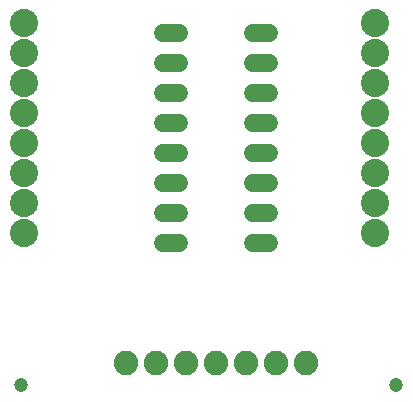
<source format=gbr>
G04 EAGLE Gerber X2 export*
%TF.Part,Single*%
%TF.FileFunction,Soldermask,Bot,1*%
%TF.FilePolarity,Negative*%
%TF.GenerationSoftware,Autodesk,EAGLE,8.6.0*%
%TF.CreationDate,2018-02-28T16:01:23Z*%
G75*
%MOMM*%
%FSLAX34Y34*%
%LPD*%
%AMOC8*
5,1,8,0,0,1.08239X$1,22.5*%
G01*
%ADD10C,1.203200*%
%ADD11C,1.524000*%
%ADD12C,2.082800*%
%ADD13C,2.387600*%


D10*
X330200Y19050D03*
X12700Y19050D03*
D11*
X133096Y317500D02*
X146304Y317500D01*
X146304Y292100D02*
X133096Y292100D01*
X133096Y165100D02*
X146304Y165100D01*
X146304Y139700D02*
X133096Y139700D01*
X133096Y266700D02*
X146304Y266700D01*
X146304Y241300D02*
X133096Y241300D01*
X133096Y190500D02*
X146304Y190500D01*
X146304Y215900D02*
X133096Y215900D01*
X209296Y139700D02*
X222504Y139700D01*
X222504Y165100D02*
X209296Y165100D01*
X209296Y190500D02*
X222504Y190500D01*
X222504Y215900D02*
X209296Y215900D01*
X209296Y241300D02*
X222504Y241300D01*
X222504Y266700D02*
X209296Y266700D01*
X209296Y292100D02*
X222504Y292100D01*
X222504Y317500D02*
X209296Y317500D01*
D12*
X101600Y38100D03*
X127000Y38100D03*
X152400Y38100D03*
X177800Y38100D03*
X203200Y38100D03*
X228600Y38100D03*
X254000Y38100D03*
D13*
X312750Y147650D03*
X312750Y173050D03*
X312750Y198450D03*
X312750Y223850D03*
X312750Y249250D03*
X312750Y274650D03*
X312750Y300050D03*
X312750Y325450D03*
X15250Y325450D03*
X15250Y300050D03*
X15250Y274650D03*
X15250Y249250D03*
X15250Y223850D03*
X15250Y198450D03*
X15250Y173050D03*
X15250Y147650D03*
M02*

</source>
